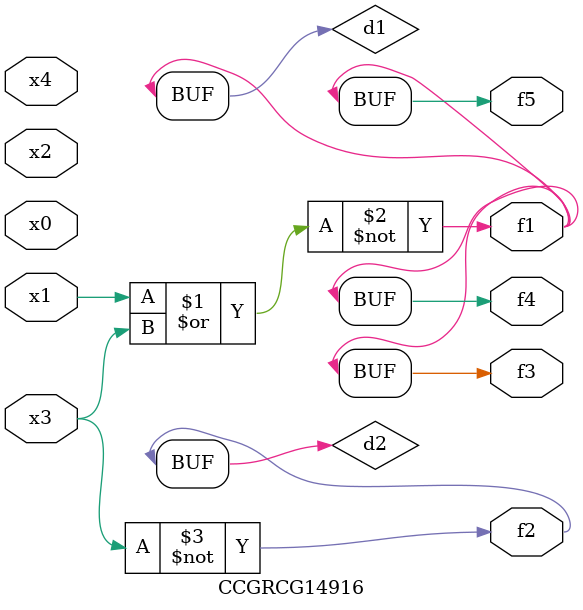
<source format=v>
module CCGRCG14916(
	input x0, x1, x2, x3, x4,
	output f1, f2, f3, f4, f5
);

	wire d1, d2;

	nor (d1, x1, x3);
	not (d2, x3);
	assign f1 = d1;
	assign f2 = d2;
	assign f3 = d1;
	assign f4 = d1;
	assign f5 = d1;
endmodule

</source>
